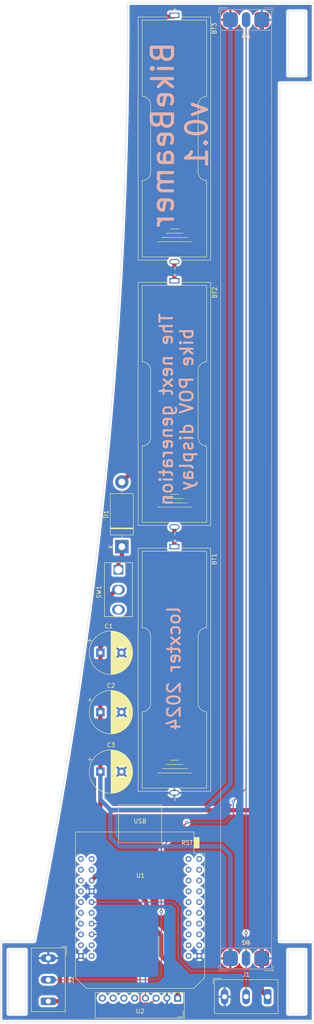
<source format=kicad_pcb>
(kicad_pcb (version 20211014) (generator pcbnew)
  (layers (0 "F.Cu" signal) (31 "B.Cu" signal) (34 "B.Paste" user) (35 "F.Paste" user) (36 "B.SilkS" user "B.Silkscreen") (37 "F.SilkS" user "F.Silkscreen") (38 "B.Mask" user) (39 "F.Mask" user) (44 "Edge.Cuts" user))
  (net 0 "")
  (net 1 "Net-(BT1-Pad1)")
  (net 2 "GND")
  (net 3 "Net-(BT2-Pad1)")
  (net 4 "VCC")
  (net 15 "Net-(U1-Pad27)")
  (net 16 "Net-(U1-Pad25)")
  (net 42 "Net-(D2-PadDIN)")
  (net 45 "Net-(D5-PadDOUT)")
  (net 46 "Net-(D3-PadDOUT)")
  (net 47 "Net-(BT3-Pad1)")
  (net 48 "Net-(D1-Pad1)")
  (footprint "Connector_Phoenix_MC_HighVoltage:PhoenixContact_MCV_1,5_3-G-5.08_1x03_P5.08mm_Vertical" (layer "F.Cu") (at 70.32 -41.07)
    (fp_text reference "D5" (at 3.7 3.9) (layer "F.SilkS"))
    (fp_text value "WS2812B LED strip OUT")
    (pad "DOUT" smd oval (at 3.7 0) (size 2 3.6) (layers "F.Cu" "F.Paste" "F.Mask") (net 45 "Net-(D5-PadDOUT)"))
    (pad "GND" smd oval (at 0 0) (size 3.6 3.6) (layers "F.Cu" "F.Paste" "F.Mask") (net 2 "GND"))
    (pad "VCC" smd roundrect (at 7.4 0) (size 3.5 3.6) (layers "F.Cu" "F.Paste" "F.Mask") (net 4 "VCC"))
  )
  (footprint "Connector_Phoenix_MC_HighVoltage:PhoenixContact_MCV_1,5_3-G-5.08_1x03_P5.08mm_Vertical" (layer "F.Cu") (at 68.9375 189)
    (fp_text reference "J1" (at 5.1 -5.2) (layer "F.SilkS"))
    (fp_text value "PCB IN")
    (pad "DIN" thru_hole oval (at 5.08 0) (size 1.8 3.6) (drill 1.2) (layers *.Cu *.Mask) (net 42 "Net-(D2-PadDIN)"))
    (pad "GND" thru_hole oval (at 0 0) (size 1.8 3.6) (drill 1.2) (layers *.Cu *.Mask) (net 2 "GND"))
    (pad "VCC" thru_hole roundrect (at 10.16 0) (size 1.8 3.6) (drill 1.2) (layers *.Cu *.Mask) (net 4 "VCC"))
  )
  (footprint "Battery:BatteryHolder_Keystone_2460_1xAA" (layer "F.Cu") (at 57.2 23.2 -90)
    (fp_text reference "BT2" (at -0.02 -9.42 90) (layer "F.SilkS"))
    (fp_text value "1.5 V")
    (fp_text user "+" (at -4.1 0.04 90) (layer "F.SilkS"))
    (fp_text user "-" (at 56.7 0.04 90) (layer "F.SilkS"))
    (pad "1" thru_hole rect (at -2.8 0.1 90) (size 1.3 2.4) (drill oval 0.8 1.9) (layers *.Cu *.Mask) (net 3 "Net-(BT2-Pad1)"))
    (pad "2" thru_hole oval (at 55.2 0.1 90) (size 1.3 2.4) (drill oval 0.8 1.9) (layers *.Cu *.Mask) (net 1 "Net-(BT1-Pad1)"))
  )
  (footprint "ESP32_mini:ESP32_mini" (layer "F.Cu") (at 49 168 180)
    (fp_text reference "U1" (at -0.1 7.5) (layer "F.SilkS"))
    (fp_text value "ESP32 D1 Mini")
    (fp_text user "USB" (at 0 20.32) (layer "F.SilkS"))
    (fp_text user "RST" (at -11.1 15.24) (layer "F.SilkS"))
    (pad "1" thru_hole circle (at -13.97 -11.43 90) (size 1.4 1.4) (drill 0.8) (layers *.Cu *.Mask) (net 2 "GND"))
    (pad "2" thru_hole circle (at -11.43 -11.43 90) (size 1.4 1.4) (drill 0.8) (layers *.Cu *.Mask))
    (pad "3" thru_hole circle (at -13.97 -8.89 90) (size 1.4 1.4) (drill 0.8) (layers *.Cu *.Mask))
    (pad "4" thru_hole circle (at -11.43 -8.89 90) (size 1.4 1.4) (drill 0.8) (layers *.Cu *.Mask))
    (pad "5" thru_hole circle (at -13.97 -6.35 90) (size 1.4 1.4) (drill 0.8) (layers *.Cu *.Mask))
    (pad "6" thru_hole circle (at -11.43 -6.35 90) (size 1.4 1.4) (drill 0.8) (layers *.Cu *.Mask))
    (pad "7" thru_hole circle (at -13.97 -3.81 90) (size 1.4 1.4) (drill 0.8) (layers *.Cu *.Mask))
    (pad "8" thru_hole circle (at -11.43 -3.81 90) (size 1.4 1.4) (drill 0.8) (layers *.Cu *.Mask))
    (pad "9" thru_hole circle (at -13.97 -1.27 90) (size 1.4 1.4) (drill 0.8) (layers *.Cu *.Mask))
    (pad "10" thru_hole circle (at -11.43 -1.27 90) (size 1.4 1.4) (drill 0.8) (layers *.Cu *.Mask))
    (pad "11" thru_hole circle (at -13.97 1.27 90) (size 1.4 1.4) (drill 0.8) (layers *.Cu *.Mask))
    (pad "12" thru_hole circle (at -11.43 1.27 90) (size 1.4 1.4) (drill 0.8) (layers *.Cu *.Mask))
    (pad "13" thru_hole circle (at -13.97 3.81 90) (size 1.4 1.4) (drill 0.8) (layers *.Cu *.Mask))
    (pad "14" thru_hole circle (at -11.43 3.81 90) (size 1.4 1.4) (drill 0.8) (layers *.Cu *.Mask))
    (pad "15" thru_hole circle (at -13.97 6.35 90) (size 1.4 1.4) (drill 0.8) (layers *.Cu *.Mask))
    (pad "16" thru_hole circle (at -11.43 6.35 90) (size 1.4 1.4) (drill 0.8) (layers *.Cu *.Mask))
    (pad "17" thru_hole circle (at -13.97 8.89 90) (size 1.4 1.4) (drill 0.8) (layers *.Cu *.Mask))
    (pad "18" thru_hole circle (at -11.43 8.89 90) (size 1.4 1.4) (drill 0.8) (layers *.Cu *.Mask))
    (pad "19" thru_hole circle (at -13.97 11.43 90) (size 1.4 1.4) (drill 0.8) (layers *.Cu *.Mask))
    (pad "20" thru_hole circle (at -11.43 11.43 90) (size 1.4 1.4) (drill 0.8) (layers *.Cu *.Mask))
    (pad "21" thru_hole circle (at 11.43 -11.43 90) (size 1.4 1.4) (drill 0.8) (layers *.Cu *.Mask))
    (pad "22" thru_hole circle (at 13.97 -11.43 90) (size 1.4 1.4) (drill 0.8) (layers *.Cu *.Mask) (net 2 "GND"))
    (pad "23" thru_hole circle (at 11.43 -8.89 90) (size 1.4 1.4) (drill 0.8) (layers *.Cu *.Mask))
    (pad "24" thru_hole circle (at 13.97 -8.89 90) (size 1.4 1.4) (drill 0.8) (layers *.Cu *.Mask))
    (pad "25" thru_hole circle (at 11.43 -6.35 90) (size 1.4 1.4) (drill 0.8) (layers *.Cu *.Mask) (net 16 "Net-(U1-Pad25)"))
    (pad "26" thru_hole circle (at 13.97 -6.35 90) (size 1.4 1.4) (drill 0.8) (layers *.Cu *.Mask))
    (pad "27" thru_hole circle (at 11.43 -3.81 90) (size 1.4 1.4) (drill 0.8) (layers *.Cu *.Mask) (net 15 "Net-(U1-Pad27)"))
    (pad "28" thru_hole circle (at 13.97 -3.81 90) (size 1.4 1.4) (drill 0.8) (layers *.Cu *.Mask))
    (pad "29" thru_hole circle (at 11.43 -1.27 90) (size 1.4 1.4) (drill 0.8) (layers *.Cu *.Mask))
    (pad "30" thru_hole circle (at 13.97 -1.27 90) (size 1.4 1.4) (drill 0.8) (layers *.Cu *.Mask))
    (pad "31" thru_hole circle (at 11.43 1.27 90) (size 1.4 1.4) (drill 0.8) (layers *.Cu *.Mask) (net 42 "Net-(D2-PadDIN)"))
    (pad "32" thru_hole circle (at 13.97 1.27 90) (size 1.4 1.4) (drill 0.8) (layers *.Cu *.Mask))
    (pad "33" thru_hole circle (at 11.43 3.81 90) (size 1.4 1.4) (drill 0.8) (layers *.Cu *.Mask) (net 2 "GND"))
    (pad "34" thru_hole circle (at 13.97 3.81 90) (size 1.4 1.4) (drill 0.8) (layers *.Cu *.Mask))
    (pad "35" thru_hole circle (at 11.43 6.35 90) (size 1.4 1.4) (drill 0.8) (layers *.Cu *.Mask) (net 4 "VCC"))
    (pad "36" thru_hole circle (at 13.97 6.35 90) (size 1.4 1.4) (drill 0.8) (layers *.Cu *.Mask))
    (pad "37" thru_hole circle (at 11.43 8.89 90) (size 1.4 1.4) (drill 0.8) (layers *.Cu *.Mask))
    (pad "38" thru_hole circle (at 13.97 8.89 90) (size 1.4 1.4) (drill 0.8) (layers *.Cu *.Mask))
    (pad "39" thru_hole circle (at 11.43 11.43 90) (size 1.4 1.4) (drill 0.8) (layers *.Cu *.Mask))
    (pad "40" thru_hole circle (at 13.97 11.43 90) (size 1.4 1.4) (drill 0.8) (layers *.Cu *.Mask))
  )
  (footprint "Connector_PinHeader_2.54mm:PinHeader_1x08_P2.54mm_Vertical" (layer "F.Cu") (at 57.88 189.355 -90)
    (fp_text reference "U2" (at 3.09 8.87 180) (layer "F.SilkS"))
    (fp_text value "MPU 6050")
    (pad "ADO" thru_hole oval (at 0 15.24 270) (size 1.7 1.7) (drill 1) (layers *.Cu *.Mask))
    (pad "GND" thru_hole oval (at 0 2.54 270) (size 1.7 1.7) (drill 1) (layers *.Cu *.Mask) (net 2 "GND"))
    (pad "INT" thru_hole oval (at 0 17.78 270) (size 1.7 1.7) (drill 1) (layers *.Cu *.Mask))
    (pad "SCL" thru_hole oval (at 0 5.08 270) (size 1.7 1.7) (drill 1) (layers *.Cu *.Mask) (net 16 "Net-(U1-Pad25)"))
    (pad "SDA" thru_hole oval (at 0 7.62 270) (size 1.7 1.7) (drill 1) (layers *.Cu *.Mask) (net 15 "Net-(U1-Pad27)"))
    (pad "VCC" thru_hole rect (at 0 0 270) (size 1.7 1.7) (drill 1) (layers *.Cu *.Mask) (net 4 "VCC"))
    (pad "XCL" thru_hole oval (at 0 12.7 270) (size 1.7 1.7) (drill 1) (layers *.Cu *.Mask))
    (pad "XDA" thru_hole oval (at 0 10.16 270) (size 1.7 1.7) (drill 1) (layers *.Cu *.Mask))
  )
  (footprint "Battery:BatteryHolder_Keystone_2460_1xAA" (layer "F.Cu") (at 57.1 -39 -90)
    (fp_text reference "BT3" (at -0.02 -9.42 90) (layer "F.SilkS"))
    (fp_text value "1.5 V")
    (fp_text user "-" (at 56.4 -0.06 90) (layer "F.SilkS"))
    (fp_text user "+" (at -4.4 -0.06 90) (layer "F.SilkS"))
    (pad "1" thru_hole rect (at -3.1 0 90) (size 1.3 2.4) (drill oval 0.8 1.9) (layers *.Cu *.Mask) (net 47 "Net-(BT3-Pad1)"))
    (pad "2" thru_hole oval (at 54.9 0 90) (size 1.3 2.4) (drill oval 0.8 1.9) (layers *.Cu *.Mask) (net 3 "Net-(BT2-Pad1)"))
  )
  (footprint "Connector_Phoenix_MC_HighVoltage:PhoenixContact_MCV_1,5_3-G-5.08_1x03_P5.08mm_Vertical" (layer "F.Cu") (at 27.2575 179.9375 -90)
    (fp_text reference "J2" (at 5.08 -5.55 90) (layer "F.SilkS"))
    (fp_text value "PCB OUT")
    (pad "DOUT" thru_hole oval (at 5.08 -0.1 270) (size 1.8 3.6) (drill 1.2) (layers *.Cu *.Mask) (net 45 "Net-(D5-PadDOUT)"))
    (pad "GND" thru_hole oval (at 0 -0.1 270) (size 1.8 3.6) (drill 1.2) (layers *.Cu *.Mask) (net 2 "GND"))
    (pad "VCC" thru_hole roundrect (at 10.16 -0.1 270) (size 1.8 3.6) (drill 1.2) (layers *.Cu *.Mask) (net 4 "VCC"))
  )
  (footprint "Battery:BatteryHolder_Keystone_2460_1xAA" (layer "F.Cu") (at 57.1 86 -90)
    (fp_text reference "BT1" (at -0.02 -9.42 90) (layer "F.SilkS"))
    (fp_text value "1.5 V")
    (fp_text user "-" (at 56.5 -0.06 90) (layer "F.SilkS"))
    (fp_text user "+" (at -4.3 -0.06 90) (layer "F.SilkS"))
    (pad "1" thru_hole rect (at -3 0 90) (size 1.3 2.4) (drill oval 0.8 1.9) (layers *.Cu *.Mask) (net 1 "Net-(BT1-Pad1)"))
    (pad "2" thru_hole oval (at 55 0 90) (size 1.3 2.4) (drill oval 0.8 1.9) (layers *.Cu *.Mask) (net 2 "GND"))
  )
  (footprint "Capacitor_THT:CP_Radial_D10.0mm_P5.00mm" (layer "F.Cu") (at 39.632323 136)
    (fp_text reference "C3" (at 2.5 -6.25) (layer "F.SilkS"))
    (fp_text value "1000µF")
    (pad "1" thru_hole rect (at 0 0) (size 2 2) (drill 1) (layers *.Cu *.Mask) (net 4 "VCC"))
    (pad "2" thru_hole circle (at 5 0) (size 2 2) (drill 1) (layers *.Cu *.Mask) (net 2 "GND"))
  )
  (footprint "Connector_Phoenix_MC_HighVoltage:PhoenixContact_MCV_1,5_3-G-5.08_1x03_P5.08mm_Vertical" (layer "F.Cu") (at 70.31 180)
    (fp_text reference "D4" (at 3.8 -3.7) (layer "F.SilkS"))
    (fp_text value "WS2812B LED strip IN")
    (pad "DIN" smd oval (at 3.7 0) (size 2 3.6) (layers "F.Cu" "F.Paste" "F.Mask") (net 46 "Net-(D3-PadDOUT)"))
    (pad "GND" smd oval (at 0 0) (size 3.6 3.6) (layers "F.Cu" "F.Paste" "F.Mask") (net 2 "GND"))
    (pad "VCC" smd roundrect (at 7.4 0) (size 3.5 3.6) (layers "F.Cu" "F.Paste" "F.Mask") (net 4 "VCC"))
  )
  (footprint "Button_Switch_THT:SW_Slide_1P2T_CK_OS102011MS2Q" (layer "F.Cu") (at 43.9 88.7 -90)
    (fp_text reference "SW1" (at 5 4.6 90) (layer "F.SilkS"))
    (fp_text value "POWER")
    (pad "1" thru_hole rect (at -0.25 0 270) (size 2.3 2.3) (drill 1.8) (layers *.Cu *.Mask) (net 48 "Net-(D1-Pad1)"))
    (pad "2" thru_hole oval (at 4.45 0 270) (size 2.3 3) (drill 1.8) (layers *.Cu *.Mask) (net 4 "VCC"))
    (pad "3" thru_hole oval (at 9.15 0 270) (size 2.3 3) (drill 1.8) (layers *.Cu *.Mask))
  )
  (footprint "Capacitor_THT:CP_Radial_D10.0mm_P5.00mm" (layer "F.Cu") (at 39.632323 108)
    (fp_text reference "C1" (at 1.967677 -6.25) (layer "F.SilkS"))
    (fp_text value "1000µF")
    (pad "1" thru_hole rect (at 0 0) (size 2 2) (drill 1) (layers *.Cu *.Mask) (net 4 "VCC"))
    (pad "2" thru_hole circle (at 5 0) (size 2 2) (drill 1) (layers *.Cu *.Mask) (net 2 "GND"))
  )
  (footprint "Capacitor_THT:CP_Radial_D10.0mm_P5.00mm" (layer "F.Cu") (at 39.632323 122)
    (fp_text reference "C2" (at 2.5 -6.25) (layer "F.SilkS"))
    (fp_text value "1000µF")
    (pad "1" thru_hole rect (at 0 0) (size 2 2) (drill 1) (layers *.Cu *.Mask) (net 4 "VCC"))
    (pad "2" thru_hole circle (at 5 0) (size 2 2) (drill 1) (layers *.Cu *.Mask) (net 2 "GND"))
  )
  (footprint "Diode_THT:D_DO-201AD_P15.24mm_Horizontal" (layer "F.Cu") (at 44.7 83.02 90)
    (fp_text reference "D1" (at 7.62 -3.72 90) (layer "F.SilkS"))
    (fp_text value "1N5820")
    (fp_text user "K" (at 0 -2.6 90) (layer "F.SilkS"))
    (pad "1" thru_hole rect (at 0 0 90) (size 3.2 3.2) (drill 1.6) (layers *.Cu *.Mask) (net 48 "Net-(D1-Pad1)"))
    (pad "2" thru_hole oval (at 15.24 0 90) (size 3.2 3.2) (drill 1.6) (layers *.Cu *.Mask) (net 47 "Net-(BT3-Pad1)"))
  )
  (footprint "Connector_Phoenix_MC_HighVoltage:PhoenixContact_MCV_1,5_3-G-5.08_1x03_P5.08mm_Vertical" (layer "B.Cu") (at 77.71 180 180)
    (fp_text reference "D2" (at 3.8 3.7) (layer "B.SilkS") (effects (justify mirror)))
    (fp_text value "WS2812B LED strip IN")
    (pad "DIN" smd oval (at 3.7 0 180) (size 2 3.6) (layers "B.Cu" "B.Paste" "B.Mask") (net 42 "Net-(D2-PadDIN)"))
    (pad "GND" smd oval (at 0 0 180) (size 3.6 3.6) (layers "B.Cu" "B.Paste" "B.Mask") (net 2 "GND"))
    (pad "VCC" smd roundrect (at 7.4 0 180) (size 3.5 3.6) (layers "B.Cu" "B.Paste" "B.Mask") (net 4 "VCC"))
  )
  (footprint "Connector_Phoenix_MC_HighVoltage:PhoenixContact_MCV_1,5_3-G-5.08_1x03_P5.08mm_Vertical" (layer "B.Cu") (at 77.72 -41.07 180)
    (fp_text reference "D3" (at 3.8 -3.9) (layer "B.SilkS") (effects (justify mirror)))
    (fp_text value "WS2812B LED strip OUT")
    (pad "DOUT" smd oval (at 3.7 0 180) (size 2 3.6) (layers "B.Cu" "B.Paste" "B.Mask") (net 46 "Net-(D3-PadDOUT)"))
    (pad "GND" smd oval (at 0 0 180) (size 3.6 3.6) (layers "B.Cu" "B.Paste" "B.Mask") (net 2 "GND"))
    (pad "VCC" smd roundrect (at 7.4 0 180) (size 3.5 3.6) (layers "B.Cu" "B.Paste" "B.Mask") (net 4 "VCC"))
  )
  (gr_line (start 68.02 -38.57) (end 68.01 177.6) (layer "B.SilkS") (width 0.12))
  (gr_line (start 80.01 177.6) (end 80.02 -38.57) (layer "B.SilkS") (width 0.12))
  (gr_line (start 80.02 -38.57) (end 80.01 177.6) (layer "F.SilkS") (width 0.12))
  (gr_line (start 68.02 -38.57) (end 68.01 177.6) (layer "F.SilkS") (width 0.12))
  (gr_line (start 16 175.930429) (end 24 175.930429) (layer "Edge.Cuts") (width 0.1))
  (gr_line (start 90 175.930429) (end 82 175.930429) (layer "Edge.Cuts") (width 0.1))
  (gr_line (start 82 -26.069571) (end 90 -26.069571) (layer "Edge.Cuts") (width 0.1))
  (gr_line (start 82 175.930429) (end 82 -26.069571) (layer "Edge.Cuts") (width 0.1))
  (gr_line (start 90 194.930429) (end 90 175.930429) (layer "Edge.Cuts") (width 0.1))
  (gr_line (start 90 -45.069571) (end 46 -45.069571) (layer "Edge.Cuts") (width 0.1))
  (gr_line (start 16 194.930429) (end 90 194.930429) (layer "Edge.Cuts") (width 0.1))
  (gr_arc (start 45.999999 -45.06957) (mid 40.721599 66) (end 24 175.930429) (layer "Edge.Cuts") (width 0.1))
  (gr_line (start 90 -26.069571) (end 90 -45.069571) (layer "Edge.Cuts") (width 0.1))
  (gr_rect (start 88 -43) (end 84 -28) (layer "Edge.Cuts") (width 0.1) (fill none))
  (gr_line (start 16 194.930429) (end 16 175.930429) (layer "Edge.Cuts") (width 0.1))
  (gr_rect (start 18 178) (end 22 193) (layer "Edge.Cuts") (width 0.1) (fill none))
  (gr_rect (start 88 178) (end 84 193) (layer "Edge.Cuts") (width 0.1) (fill none))
  (gr_text "locxter 2024" (at 57 111.7 90) (layer "B.SilkS") (effects (font (size 3 3) (thickness 0.5)) (justify mirror)))
  (gr_text "BikeBeamer\nv0.1" (at 58.4 -14 90) (layer "B.SilkS") (effects (font (size 5 5) (thickness 0.75)) (justify mirror)))
  (gr_text "The next generation\nbike POV display" (at 57.6 50.7 90) (layer "B.SilkS") (effects (font (size 3 3) (thickness 0.5)) (justify mirror)))
  (segment (start 57.1 83) (end 57.1 78.4) (width 1) (layer "F.Cu") (net 1))
  (segment (start 57.1 20.4) (end 57.1 15.9) (width 1) (layer "F.Cu") (net 3))
  (segment (start 27.3575 190.0975) (end 29.8025 190.0975) (width 1) (layer "F.Cu") (net 4))
  (segment (start 76 145) (end 75.9 145.1) (width 1) (layer "F.Cu") (net 4))
  (segment (start 37.57 161.65) (end 39.632323 159.587677) (width 1) (layer "F.Cu") (net 4))
  (segment (start 57.88 183.28) (end 54 179.4) (width 1) (layer "F.Cu") (net 4))
  (segment (start 77.71 187.71) (end 77.71 180) (width 1) (layer "F.Cu") (net 4))
  (segment (start 77.72 143.28) (end 77.72 -41.07) (width 1) (layer "F.Cu") (net 4))
  (segment (start 31.6 188.3) (end 31.6 155.1) (width 1) (layer "F.Cu") (net 4))
  (segment (start 54 174.5) (end 50.6 171.1) (width 1) (layer "F.Cu") (net 4))
  (segment (start 39.632323 108) (end 39.632323 122) (width 1) (layer "F.Cu") (net 4))
  (segment (start 79 189) (end 77.71 187.71) (width 1) (layer "F.Cu") (net 4))
  (segment (start 50.5 166.7) (end 48.3 164.5) (width 1) (layer "F.Cu") (net 4))
  (segment (start 36.4 153.4) (end 39.632323 150.167677) (width 1) (layer "F.Cu") (net 4))
  (segment (start 33.3 153.4) (end 36.4 153.4) (width 1) (layer "F.Cu") (net 4))
  (segment (start 50.6 171.1) (end 50.5 171.1) (width 1) (layer "F.Cu") (net 4))
  (segment (start 39.632323 108) (end 39.632323 106.667677) (width 1) (layer "F.Cu") (net 4))
  (segment (start 54 179.4) (end 54 174.5) (width 1) (layer "F.Cu") (net 4))
  (segment (start 76 145) (end 77.71 146.71) (width 1) (layer "F.Cu") (net 4))
  (segment (start 41.168157 95.34952) (end 43.367677 93.15) (width 1) (layer "F.Cu") (net 4))
  (segment (start 75.9 145.1) (end 42.1 145.1) (width 1) (layer "F.Cu") (net 4))
  (segment (start 76 145) (end 77.72 143.28) (width 1) (layer "F.Cu") (net 4))
  (segment (start 39.632323 122) (end 39.632323 136) (width 1) (layer "F.Cu") (net 4))
  (segment (start 39.632323 159.587677) (end 39.632323 136) (width 1) (layer "F.Cu") (net 4))
  (segment (start 57.88 189.355) (end 57.88 183.28) (width 1) (layer "F.Cu") (net 4))
  (segment (start 31.6 155.1) (end 33.3 153.4) (width 1) (layer "F.Cu") (net 4))
  (segment (start 41.3 164.5) (end 39.6 162.8) (width 1) (layer "F.Cu") (net 4))
  (segment (start 77.71 146.71) (end 77.71 180) (width 1) (layer "F.Cu") (net 4))
  (segment (start 48.3 164.5) (end 41.3 164.5) (width 1) (layer "F.Cu") (net 4))
  (segment (start 29.8025 190.0975) (end 31.6 188.3) (width 1) (layer "F.Cu") (net 4))
  (segment (start 43.367677 93.15) (end 43.9 93.15) (width 1) (layer "F.Cu") (net 4))
  (segment (start 50.5 171.1) (end 50.5 166.7) (width 1) (layer "F.Cu") (net 4))
  (segment (start 42.1 145.1) (end 39.632323 142.632323) (width 1) (layer "F.Cu") (net 4))
  (segment (start 39.6 162.8) (end 39.6 159.62) (width 1) (layer "F.Cu") (net 4))
  (segment (start 39.632323 106.667677) (end 41.168157 105.131843) (width 1) (layer "F.Cu") (net 4))
  (segment (start 41.168157 105.131843) (end 41.168157 95.34952) (width 1) (layer "F.Cu") (net 4))
  (segment (start 70.31 180) (end 70.31 155.61) (width 1) (layer "B.Cu") (net 4))
  (segment (start 39.632323 136) (end 39.632323 142.632323) (width 1) (layer "B.Cu") (net 4))
  (segment (start 39.632323 142.632323) (end 42 145) (width 1) (layer "B.Cu") (net 4))
  (segment (start 42 145) (end 64.3 145) (width 1) (layer "B.Cu") (net 4))
  (segment (start 42 151.5) (end 44.1 153.6) (width 1) (layer "B.Cu") (net 4))
  (segment (start 64.3 145) (end 70.32 138.98) (width 1) (layer "B.Cu") (net 4))
  (segment (start 68.3 153.6) (end 44.1 153.6) (width 1) (layer "B.Cu") (net 4))
  (segment (start 42 145) (end 42 151.5) (width 1) (layer "B.Cu") (net 4))
  (segment (start 70.32 138.98) (end 70.32 -41.07) (width 1) (layer "B.Cu") (net 4))
  (segment (start 70.31 155.61) (end 68.3 153.6) (width 1) (layer "B.Cu") (net 4))
  (segment (start 50.26 175.26) (end 46.81 171.81) (width 0.25) (layer "F.Cu") (net 15))
  (segment (start 50.26 189.355) (end 50.26 175.26) (width 0.25) (layer "F.Cu") (net 15))
  (segment (start 46.81 171.81) (end 37.57 171.81) (width 0.25) (layer "F.Cu") (net 15))
  (segment (start 52.8 189.355) (end 51.625489 190.529511) (width 0.25) (layer "F.Cu") (net 16))
  (segment (start 47.35 174.35) (end 37.57 174.35) (width 0.25) (layer "F.Cu") (net 16))
  (segment (start 49.529511 190.529511) (end 49 190) (width 0.25) (layer "F.Cu") (net 16))
  (segment (start 51.625489 190.529511) (end 49.529511 190.529511) (width 0.25) (layer "F.Cu") (net 16))
  (segment (start 49 190) (end 49 176) (width 0.25) (layer "F.Cu") (net 16))
  (segment (start 49 176) (end 47.35 174.35) (width 0.25) (layer "F.Cu") (net 16))
  (segment (start 37.57 166.73) (end 56.73 166.73) (width 0.25) (layer "B.Cu") (net 42))
  (segment (start 56.73 166.73) (end 58 168) (width 0.25) (layer "B.Cu") (net 42))
  (segment (start 74.0175 182.9825) (end 74.0175 180.0075) (width 0.25) (layer "B.Cu") (net 42))
  (segment (start 74.0175 180.0075) (end 74.01 180) (width 1) (layer "B.Cu") (net 42))
  (segment (start 74.0175 189) (end 74.0175 182.9825) (width 0.25) (layer "B.Cu") (net 42))
  (segment (start 58 168) (end 58 180) (width 0.25) (layer "B.Cu") (net 42))
  (segment (start 60.9825 182.9825) (end 74.0175 182.9825) (width 0.25) (layer "B.Cu") (net 42))
  (segment (start 58 180) (end 60.9825 182.9825) (width 0.25) (layer "B.Cu") (net 42))
  (segment (start 74.02 127.98) (end 74 128) (width 0.25) (layer "F.Cu") (net 45))
  (segment (start 74.02 -41.07) (end 74.02 127.98) (width 0.25) (layer "F.Cu") (net 45))
  (segment (start 74 128) (end 74 140) (width 0.25) (layer "F.Cu") (net 45))
  (segment (start 74 140) (end 71 143) (width 0.25) (layer "F.Cu") (net 45))
  (segment (start 54 169) (end 54 154) (width 0.25) (layer "F.Cu") (net 45))
  (segment (start 54 154) (end 60 148) (width 0.25) (layer "F.Cu") (net 45))
  (via (at 54 169) (size 0.8) (drill 0.4) (layers "F.Cu" "B.Cu") (net 45))
  (via (at 71 143) (size 0.8) (drill 0.4) (layers "F.Cu" "B.Cu") (net 45))
  (via (at 60 148) (size 0.8) (drill 0.4) (layers "F.Cu" "B.Cu") (net 45))
  (segment (start 69 148) (end 71 146) (width 0.25) (layer "B.Cu") (net 45))
  (segment (start 27.3575 185.0175) (end 52.9825 185.0175) (width 0.25) (layer "B.Cu") (net 45))
  (segment (start 52.9825 185.0175) (end 54 184) (width 0.25) (layer "B.Cu") (net 45))
  (segment (start 71 146) (end 71 143) (width 0.25) (layer "B.Cu") (net 45))
  (segment (start 60 148) (end 69 148) (width 0.25) (layer "B.Cu") (net 45))
  (segment (start 54 184) (end 54 169) (width 0.25) (layer "B.Cu") (net 45))
  (segment (start 74 174) (end 74.01 174.01) (width 0.25) (layer "F.Cu") (net 46))
  (segment (start 74.01 174.01) (end 74.01 180) (width 0.25) (layer "F.Cu") (net 46))
  (via (at 74 174) (size 0.8) (drill 0.4) (layers "F.Cu" "B.Cu") (net 46))
  (segment (start 74.02 173.98) (end 74.02 -41.07) (width 0.25) (layer "B.Cu") (net 46))
  (segment (start 74 174) (end 74.02 173.98) (width 0.25) (layer "B.Cu") (net 46))
  (segment (start 49 63.48) (end 44.7 67.78) (width 1) (layer "F.Cu") (net 47))
  (segment (start 49 -37) (end 49 63.48) (width 1) (layer "F.Cu") (net 47))
  (segment (start 56.94 -41.81) (end 53.81 -41.81) (width 1) (layer "F.Cu") (net 47))
  (segment (start 53.81 -41.81) (end 49 -37) (width 1) (layer "F.Cu") (net 47))
  (segment (start 44.7 83.02) (end 44.7 85.7) (width 1) (layer "F.Cu") (net 48))
  (segment (start 44.7 85.7) (end 43.9 86.5) (width 1) (layer "F.Cu") (net 48))
  (segment (start 43.9 86.5) (end 43.9 88.45) (width 1) (layer "F.Cu") (net 48))
  (zone (net 2) (net_name "GND") (layers F&B.Cu) (connect_pads (clearance 0.508)) (min_thickness 0.254) (fill yes (thermal_gap 0.508) (thermal_bridge_width 0.508))
    (polygon (pts (xy 90 195) (xy 16 195) (xy 16 175.9) (xy 46 -45) (xy 90 -45)))
  )
)
</source>
